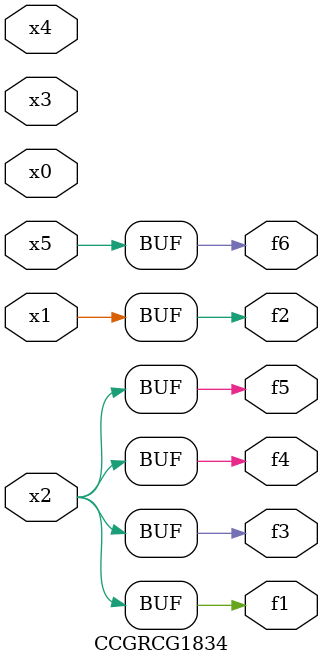
<source format=v>
module CCGRCG1834(
	input x0, x1, x2, x3, x4, x5,
	output f1, f2, f3, f4, f5, f6
);
	assign f1 = x2;
	assign f2 = x1;
	assign f3 = x2;
	assign f4 = x2;
	assign f5 = x2;
	assign f6 = x5;
endmodule

</source>
